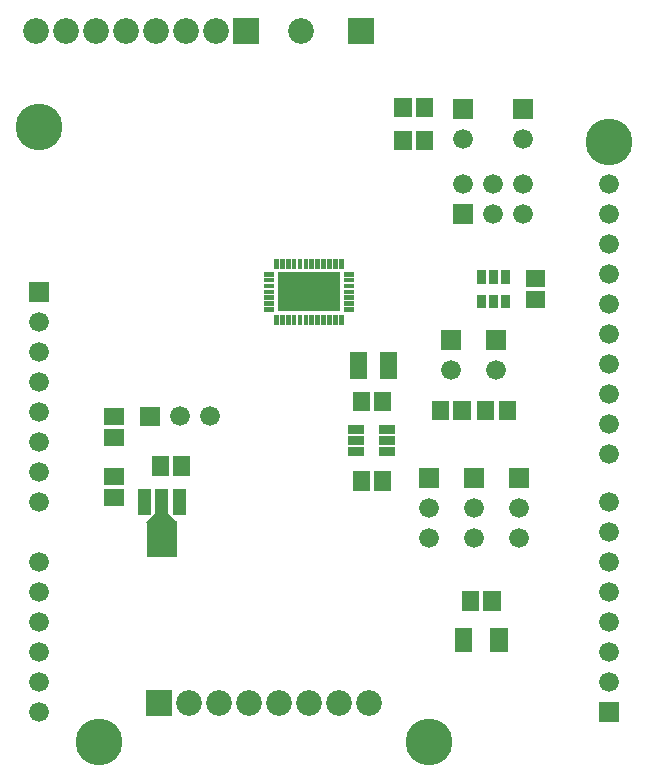
<source format=gbr>
G04 start of page 6 for group -4063 idx -4063 *
G04 Title: (unknown), componentmask *
G04 Creator: pcb 20110918 *
G04 CreationDate: Wed 23 Apr 2014 02:57:30 AM GMT UTC *
G04 For: railfan *
G04 Format: Gerber/RS-274X *
G04 PCB-Dimensions: 210000 270000 *
G04 PCB-Coordinate-Origin: lower left *
%MOIN*%
%FSLAX25Y25*%
%LNTOPMASK*%
%ADD58R,0.0300X0.0300*%
%ADD57R,0.1300X0.1300*%
%ADD56R,0.0304X0.0304*%
%ADD55R,0.0550X0.0550*%
%ADD54R,0.0158X0.0158*%
%ADD53R,0.1005X0.1005*%
%ADD52R,0.0438X0.0438*%
%ADD51R,0.0572X0.0572*%
%ADD50C,0.0860*%
%ADD49C,0.1560*%
%ADD48C,0.0001*%
%ADD47C,0.0660*%
G54D47*X10000Y130000D03*
Y120000D03*
Y110000D03*
Y100000D03*
G54D48*G36*
X6700Y163300D02*Y156700D01*
X13300D01*
Y163300D01*
X6700D01*
G37*
G54D47*X10000Y150000D03*
Y140000D03*
G54D49*Y215000D03*
G54D48*G36*
X43700Y121800D02*Y115200D01*
X50300D01*
Y121800D01*
X43700D01*
G37*
G54D47*X57000Y118500D03*
X67000D03*
G54D48*G36*
X74700Y251300D02*Y242700D01*
X83300D01*
Y251300D01*
X74700D01*
G37*
G36*
X113200D02*Y242700D01*
X121800D01*
Y251300D01*
X113200D01*
G37*
G54D50*X97500Y247000D03*
X69000D03*
X59000D03*
X49000D03*
X39000D03*
X29000D03*
X19000D03*
X9000D03*
G54D47*X200000Y126000D03*
Y136000D03*
Y146000D03*
Y156000D03*
Y166000D03*
Y176000D03*
G54D48*G36*
X159200Y147300D02*Y140700D01*
X165800D01*
Y147300D01*
X159200D01*
G37*
G54D47*X162500Y134000D03*
G54D48*G36*
X144200Y147300D02*Y140700D01*
X150800D01*
Y147300D01*
X144200D01*
G37*
G54D47*X147500Y134000D03*
X200000Y186000D03*
Y196000D03*
G54D49*Y210000D03*
G54D48*G36*
X148200Y189300D02*Y182700D01*
X154800D01*
Y189300D01*
X148200D01*
G37*
G54D47*X161500Y186000D03*
X171500D03*
X151500Y196000D03*
X161500D03*
X171500D03*
G54D48*G36*
X168200Y224300D02*Y217700D01*
X174800D01*
Y224300D01*
X168200D01*
G37*
G54D47*X171500Y211000D03*
G54D48*G36*
X148200Y224300D02*Y217700D01*
X154800D01*
Y224300D01*
X148200D01*
G37*
G54D47*X151500Y211000D03*
G54D48*G36*
X196700Y23300D02*Y16700D01*
X203300D01*
Y23300D01*
X196700D01*
G37*
G54D47*X200000Y30000D03*
Y40000D03*
Y50000D03*
G54D49*X140000Y10000D03*
G54D47*X200000Y80000D03*
Y90000D03*
Y106000D03*
Y116000D03*
X10000Y90000D03*
Y70000D03*
Y60000D03*
Y50000D03*
Y40000D03*
Y30000D03*
Y20000D03*
G54D49*X30000Y10000D03*
G54D48*G36*
X45700Y27300D02*Y18700D01*
X54300D01*
Y27300D01*
X45700D01*
G37*
G54D50*X60000Y23000D03*
X70000D03*
X80000D03*
X90000D03*
X100000D03*
X110000D03*
X120000D03*
G54D47*X200000Y60000D03*
Y70000D03*
G54D48*G36*
X136700Y101300D02*Y94700D01*
X143300D01*
Y101300D01*
X136700D01*
G37*
G54D47*X140000Y88000D03*
Y78000D03*
G54D48*G36*
X151700Y101300D02*Y94700D01*
X158300D01*
Y101300D01*
X151700D01*
G37*
G54D47*X155000Y88000D03*
Y78000D03*
G54D48*G36*
X166700Y101300D02*Y94700D01*
X173300D01*
Y101300D01*
X166700D01*
G37*
G54D47*X170000Y88000D03*
Y78000D03*
G54D51*X57543Y102393D02*Y101607D01*
X50457Y102393D02*Y101607D01*
G54D52*X51000Y91989D02*Y80179D01*
G54D53*Y78445D02*Y76555D01*
G54D48*G36*
X52885Y86434D02*X56149Y83170D01*
X54305Y81326D01*
X51041Y84590D01*
X52885Y86434D01*
G37*
G36*
X45851Y83170D02*X49115Y86434D01*
X50959Y84590D01*
X47695Y81326D01*
X45851Y83170D01*
G37*
G54D52*X45094Y91989D02*Y87895D01*
G54D51*X34607Y98543D02*X35393D01*
X34607Y91457D02*X35393D01*
G54D52*X56906Y91989D02*Y87895D01*
G54D51*X34607Y111414D02*X35393D01*
X34607Y118500D02*X35393D01*
G54D54*X85728Y161969D02*X87500D01*
X85728Y160000D02*X87500D01*
X85728Y158031D02*X87500D01*
X85728Y156063D02*X87500D01*
X85728Y154094D02*X87500D01*
G54D55*X116500Y137300D02*Y133700D01*
X126500Y137300D02*Y133700D01*
G54D51*X117457Y123893D02*Y123107D01*
X124543Y123893D02*Y123107D01*
G54D56*X124976Y106760D02*X127339D01*
X124976Y110500D02*X127339D01*
X124976Y114240D02*X127339D01*
X114661D02*X117024D01*
X114661Y110500D02*X117024D01*
X114661Y106760D02*X117024D01*
G54D51*X117457Y97393D02*Y96607D01*
X124543Y97393D02*Y96607D01*
X151595Y45181D02*Y42819D01*
X163405Y45181D02*Y42819D01*
X161043Y57393D02*Y56607D01*
X153957Y57393D02*Y56607D01*
X138457Y221893D02*Y221107D01*
X131371Y221893D02*Y221107D01*
X138500Y210893D02*Y210107D01*
X131414Y210893D02*Y210107D01*
G54D54*X110827Y170335D02*Y168563D01*
X108858Y170335D02*Y168563D01*
X106890Y170335D02*Y168563D01*
X104921Y170335D02*Y168563D01*
X112500Y165906D02*X114272D01*
X102953Y170335D02*Y168563D01*
X100984Y170335D02*Y168563D01*
X99016Y170335D02*Y168563D01*
X97047Y170335D02*Y168563D01*
X95079Y170335D02*Y168563D01*
X93110Y170335D02*Y168563D01*
X91142Y170335D02*Y168563D01*
X89173Y170335D02*Y168563D01*
X85728Y165906D02*X87500D01*
X85728Y163937D02*X87500D01*
X89173Y151437D02*Y149665D01*
X91142Y151437D02*Y149665D01*
X93110Y151437D02*Y149665D01*
X95079Y151437D02*Y149665D01*
X97047Y151437D02*Y149665D01*
X99016Y151437D02*Y149665D01*
X100984Y151437D02*Y149665D01*
X102953Y151437D02*Y149665D01*
X104921Y151437D02*Y149665D01*
X106890Y151437D02*Y149665D01*
X108858Y151437D02*Y149665D01*
X110827Y151437D02*Y149665D01*
X112500Y154094D02*X114272D01*
X112500Y156063D02*X114272D01*
X112500Y158031D02*X114272D01*
X112500Y160000D02*X114272D01*
X112500Y161969D02*X114272D01*
X112500Y163937D02*X114272D01*
G54D57*X96062Y160000D02*X103938D01*
G54D58*X165500Y165800D02*Y164200D01*
X161600Y165800D02*Y164200D01*
X157700Y165800D02*Y164200D01*
Y157600D02*Y156000D01*
X161600Y157600D02*Y156000D01*
G54D51*X166086Y120893D02*Y120107D01*
X159000Y120893D02*Y120107D01*
X143957Y120893D02*Y120107D01*
X151043Y120893D02*Y120107D01*
G54D58*X165500Y157600D02*Y156000D01*
G54D51*X175107Y157457D02*X175893D01*
X175107Y164543D02*X175893D01*
M02*

</source>
